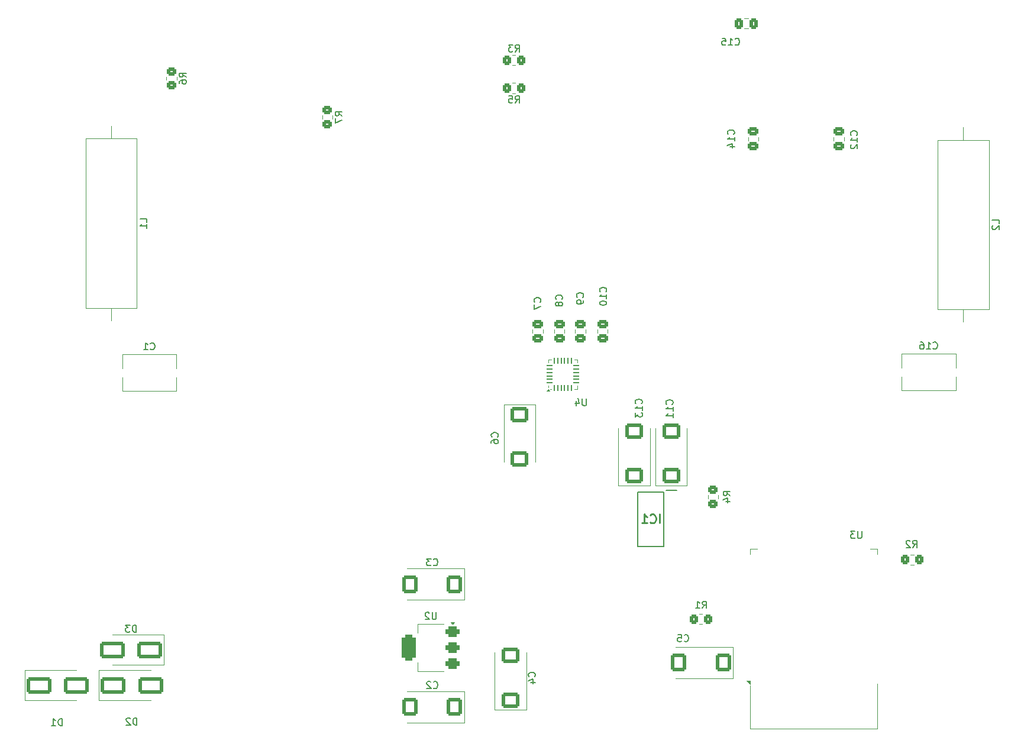
<source format=gbr>
G04 #@! TF.GenerationSoftware,KiCad,Pcbnew,8.0.1*
G04 #@! TF.CreationDate,2024-07-09T16:40:46+03:00*
G04 #@! TF.ProjectId,UA-1_v2,55412d31-5f76-4322-9e6b-696361645f70,rev?*
G04 #@! TF.SameCoordinates,Original*
G04 #@! TF.FileFunction,Legend,Bot*
G04 #@! TF.FilePolarity,Positive*
%FSLAX46Y46*%
G04 Gerber Fmt 4.6, Leading zero omitted, Abs format (unit mm)*
G04 Created by KiCad (PCBNEW 8.0.1) date 2024-07-09 16:40:46*
%MOMM*%
%LPD*%
G01*
G04 APERTURE LIST*
G04 Aperture macros list*
%AMRoundRect*
0 Rectangle with rounded corners*
0 $1 Rounding radius*
0 $2 $3 $4 $5 $6 $7 $8 $9 X,Y pos of 4 corners*
0 Add a 4 corners polygon primitive as box body*
4,1,4,$2,$3,$4,$5,$6,$7,$8,$9,$2,$3,0*
0 Add four circle primitives for the rounded corners*
1,1,$1+$1,$2,$3*
1,1,$1+$1,$4,$5*
1,1,$1+$1,$6,$7*
1,1,$1+$1,$8,$9*
0 Add four rect primitives between the rounded corners*
20,1,$1+$1,$2,$3,$4,$5,0*
20,1,$1+$1,$4,$5,$6,$7,0*
20,1,$1+$1,$6,$7,$8,$9,0*
20,1,$1+$1,$8,$9,$2,$3,0*%
G04 Aperture macros list end*
%ADD10C,0.150000*%
%ADD11C,0.254000*%
%ADD12C,0.120000*%
%ADD13C,0.200000*%
%ADD14C,7.740254*%
%ADD15C,0.100000*%
%ADD16R,1.700000X1.700000*%
%ADD17O,1.700000X1.700000*%
%ADD18C,3.000000*%
%ADD19C,1.500000*%
%ADD20C,2.000000*%
%ADD21RoundRect,0.250000X0.350000X0.625000X-0.350000X0.625000X-0.350000X-0.625000X0.350000X-0.625000X0*%
%ADD22O,1.200000X1.750000*%
%ADD23RoundRect,0.250000X0.450000X-0.350000X0.450000X0.350000X-0.450000X0.350000X-0.450000X-0.350000X0*%
%ADD24RoundRect,0.250000X-1.500000X-0.900000X1.500000X-0.900000X1.500000X0.900000X-1.500000X0.900000X0*%
%ADD25RoundRect,0.250000X-0.475000X0.337500X-0.475000X-0.337500X0.475000X-0.337500X0.475000X0.337500X0*%
%ADD26RoundRect,0.250000X0.875000X1.025000X-0.875000X1.025000X-0.875000X-1.025000X0.875000X-1.025000X0*%
%ADD27RoundRect,0.250000X0.350000X0.450000X-0.350000X0.450000X-0.350000X-0.450000X0.350000X-0.450000X0*%
%ADD28RoundRect,0.250000X0.475000X-0.337500X0.475000X0.337500X-0.475000X0.337500X-0.475000X-0.337500X0*%
%ADD29RoundRect,0.250000X1.025000X-0.875000X1.025000X0.875000X-1.025000X0.875000X-1.025000X-0.875000X0*%
%ADD30RoundRect,0.250000X-0.350000X-0.450000X0.350000X-0.450000X0.350000X0.450000X-0.350000X0.450000X0*%
%ADD31RoundRect,0.250000X1.500000X0.900000X-1.500000X0.900000X-1.500000X-0.900000X1.500000X-0.900000X0*%
%ADD32R,1.500000X0.900000*%
%ADD33R,0.900000X1.500000*%
%ADD34C,0.600000*%
%ADD35R,3.800000X3.800000*%
%ADD36RoundRect,0.375000X0.625000X0.375000X-0.625000X0.375000X-0.625000X-0.375000X0.625000X-0.375000X0*%
%ADD37RoundRect,0.500000X0.500000X1.400000X-0.500000X1.400000X-0.500000X-1.400000X0.500000X-1.400000X0*%
%ADD38RoundRect,0.062500X-0.350000X-0.062500X0.350000X-0.062500X0.350000X0.062500X-0.350000X0.062500X0*%
%ADD39RoundRect,0.062500X-0.062500X-0.350000X0.062500X-0.350000X0.062500X0.350000X-0.062500X0.350000X0*%
%ADD40R,2.600000X2.600000*%
%ADD41C,2.500000*%
%ADD42RoundRect,0.250000X0.337500X0.475000X-0.337500X0.475000X-0.337500X-0.475000X0.337500X-0.475000X0*%
%ADD43RoundRect,0.250000X-1.025000X0.875000X-1.025000X-0.875000X1.025000X-0.875000X1.025000X0.875000X0*%
%ADD44R,1.475000X0.450000*%
G04 APERTURE END LIST*
D10*
X179454819Y-108333333D02*
X178978628Y-108000000D01*
X179454819Y-107761905D02*
X178454819Y-107761905D01*
X178454819Y-107761905D02*
X178454819Y-108142857D01*
X178454819Y-108142857D02*
X178502438Y-108238095D01*
X178502438Y-108238095D02*
X178550057Y-108285714D01*
X178550057Y-108285714D02*
X178645295Y-108333333D01*
X178645295Y-108333333D02*
X178788152Y-108333333D01*
X178788152Y-108333333D02*
X178883390Y-108285714D01*
X178883390Y-108285714D02*
X178931009Y-108238095D01*
X178931009Y-108238095D02*
X178978628Y-108142857D01*
X178978628Y-108142857D02*
X178978628Y-107761905D01*
X178788152Y-109190476D02*
X179454819Y-109190476D01*
X178407200Y-108952381D02*
X179121485Y-108714286D01*
X179121485Y-108714286D02*
X179121485Y-109333333D01*
X83838094Y-141254819D02*
X83838094Y-140254819D01*
X83838094Y-140254819D02*
X83599999Y-140254819D01*
X83599999Y-140254819D02*
X83457142Y-140302438D01*
X83457142Y-140302438D02*
X83361904Y-140397676D01*
X83361904Y-140397676D02*
X83314285Y-140492914D01*
X83314285Y-140492914D02*
X83266666Y-140683390D01*
X83266666Y-140683390D02*
X83266666Y-140826247D01*
X83266666Y-140826247D02*
X83314285Y-141016723D01*
X83314285Y-141016723D02*
X83361904Y-141111961D01*
X83361904Y-141111961D02*
X83457142Y-141207200D01*
X83457142Y-141207200D02*
X83599999Y-141254819D01*
X83599999Y-141254819D02*
X83838094Y-141254819D01*
X82314285Y-141254819D02*
X82885713Y-141254819D01*
X82599999Y-141254819D02*
X82599999Y-140254819D01*
X82599999Y-140254819D02*
X82695237Y-140397676D01*
X82695237Y-140397676D02*
X82790475Y-140492914D01*
X82790475Y-140492914D02*
X82885713Y-140540533D01*
X179959580Y-56607142D02*
X180007200Y-56559523D01*
X180007200Y-56559523D02*
X180054819Y-56416666D01*
X180054819Y-56416666D02*
X180054819Y-56321428D01*
X180054819Y-56321428D02*
X180007200Y-56178571D01*
X180007200Y-56178571D02*
X179911961Y-56083333D01*
X179911961Y-56083333D02*
X179816723Y-56035714D01*
X179816723Y-56035714D02*
X179626247Y-55988095D01*
X179626247Y-55988095D02*
X179483390Y-55988095D01*
X179483390Y-55988095D02*
X179292914Y-56035714D01*
X179292914Y-56035714D02*
X179197676Y-56083333D01*
X179197676Y-56083333D02*
X179102438Y-56178571D01*
X179102438Y-56178571D02*
X179054819Y-56321428D01*
X179054819Y-56321428D02*
X179054819Y-56416666D01*
X179054819Y-56416666D02*
X179102438Y-56559523D01*
X179102438Y-56559523D02*
X179150057Y-56607142D01*
X180054819Y-57559523D02*
X180054819Y-56988095D01*
X180054819Y-57273809D02*
X179054819Y-57273809D01*
X179054819Y-57273809D02*
X179197676Y-57178571D01*
X179197676Y-57178571D02*
X179292914Y-57083333D01*
X179292914Y-57083333D02*
X179340533Y-56988095D01*
X179388152Y-58416666D02*
X180054819Y-58416666D01*
X179007200Y-58178571D02*
X179721485Y-57940476D01*
X179721485Y-57940476D02*
X179721485Y-58559523D01*
X208492857Y-87259580D02*
X208540476Y-87307200D01*
X208540476Y-87307200D02*
X208683333Y-87354819D01*
X208683333Y-87354819D02*
X208778571Y-87354819D01*
X208778571Y-87354819D02*
X208921428Y-87307200D01*
X208921428Y-87307200D02*
X209016666Y-87211961D01*
X209016666Y-87211961D02*
X209064285Y-87116723D01*
X209064285Y-87116723D02*
X209111904Y-86926247D01*
X209111904Y-86926247D02*
X209111904Y-86783390D01*
X209111904Y-86783390D02*
X209064285Y-86592914D01*
X209064285Y-86592914D02*
X209016666Y-86497676D01*
X209016666Y-86497676D02*
X208921428Y-86402438D01*
X208921428Y-86402438D02*
X208778571Y-86354819D01*
X208778571Y-86354819D02*
X208683333Y-86354819D01*
X208683333Y-86354819D02*
X208540476Y-86402438D01*
X208540476Y-86402438D02*
X208492857Y-86450057D01*
X207540476Y-87354819D02*
X208111904Y-87354819D01*
X207826190Y-87354819D02*
X207826190Y-86354819D01*
X207826190Y-86354819D02*
X207921428Y-86497676D01*
X207921428Y-86497676D02*
X208016666Y-86592914D01*
X208016666Y-86592914D02*
X208111904Y-86640533D01*
X206683333Y-86354819D02*
X206873809Y-86354819D01*
X206873809Y-86354819D02*
X206969047Y-86402438D01*
X206969047Y-86402438D02*
X207016666Y-86450057D01*
X207016666Y-86450057D02*
X207111904Y-86592914D01*
X207111904Y-86592914D02*
X207159523Y-86783390D01*
X207159523Y-86783390D02*
X207159523Y-87164342D01*
X207159523Y-87164342D02*
X207111904Y-87259580D01*
X207111904Y-87259580D02*
X207064285Y-87307200D01*
X207064285Y-87307200D02*
X206969047Y-87354819D01*
X206969047Y-87354819D02*
X206778571Y-87354819D01*
X206778571Y-87354819D02*
X206683333Y-87307200D01*
X206683333Y-87307200D02*
X206635714Y-87259580D01*
X206635714Y-87259580D02*
X206588095Y-87164342D01*
X206588095Y-87164342D02*
X206588095Y-86926247D01*
X206588095Y-86926247D02*
X206635714Y-86831009D01*
X206635714Y-86831009D02*
X206683333Y-86783390D01*
X206683333Y-86783390D02*
X206778571Y-86735771D01*
X206778571Y-86735771D02*
X206969047Y-86735771D01*
X206969047Y-86735771D02*
X207064285Y-86783390D01*
X207064285Y-86783390D02*
X207111904Y-86831009D01*
X207111904Y-86831009D02*
X207159523Y-86926247D01*
X172866666Y-129159580D02*
X172914285Y-129207200D01*
X172914285Y-129207200D02*
X173057142Y-129254819D01*
X173057142Y-129254819D02*
X173152380Y-129254819D01*
X173152380Y-129254819D02*
X173295237Y-129207200D01*
X173295237Y-129207200D02*
X173390475Y-129111961D01*
X173390475Y-129111961D02*
X173438094Y-129016723D01*
X173438094Y-129016723D02*
X173485713Y-128826247D01*
X173485713Y-128826247D02*
X173485713Y-128683390D01*
X173485713Y-128683390D02*
X173438094Y-128492914D01*
X173438094Y-128492914D02*
X173390475Y-128397676D01*
X173390475Y-128397676D02*
X173295237Y-128302438D01*
X173295237Y-128302438D02*
X173152380Y-128254819D01*
X173152380Y-128254819D02*
X173057142Y-128254819D01*
X173057142Y-128254819D02*
X172914285Y-128302438D01*
X172914285Y-128302438D02*
X172866666Y-128350057D01*
X171961904Y-128254819D02*
X172438094Y-128254819D01*
X172438094Y-128254819D02*
X172485713Y-128731009D01*
X172485713Y-128731009D02*
X172438094Y-128683390D01*
X172438094Y-128683390D02*
X172342856Y-128635771D01*
X172342856Y-128635771D02*
X172104761Y-128635771D01*
X172104761Y-128635771D02*
X172009523Y-128683390D01*
X172009523Y-128683390D02*
X171961904Y-128731009D01*
X171961904Y-128731009D02*
X171914285Y-128826247D01*
X171914285Y-128826247D02*
X171914285Y-129064342D01*
X171914285Y-129064342D02*
X171961904Y-129159580D01*
X171961904Y-129159580D02*
X172009523Y-129207200D01*
X172009523Y-129207200D02*
X172104761Y-129254819D01*
X172104761Y-129254819D02*
X172342856Y-129254819D01*
X172342856Y-129254819D02*
X172438094Y-129207200D01*
X172438094Y-129207200D02*
X172485713Y-129159580D01*
X148666666Y-44804819D02*
X148999999Y-44328628D01*
X149238094Y-44804819D02*
X149238094Y-43804819D01*
X149238094Y-43804819D02*
X148857142Y-43804819D01*
X148857142Y-43804819D02*
X148761904Y-43852438D01*
X148761904Y-43852438D02*
X148714285Y-43900057D01*
X148714285Y-43900057D02*
X148666666Y-43995295D01*
X148666666Y-43995295D02*
X148666666Y-44138152D01*
X148666666Y-44138152D02*
X148714285Y-44233390D01*
X148714285Y-44233390D02*
X148761904Y-44281009D01*
X148761904Y-44281009D02*
X148857142Y-44328628D01*
X148857142Y-44328628D02*
X149238094Y-44328628D01*
X148333332Y-43804819D02*
X147714285Y-43804819D01*
X147714285Y-43804819D02*
X148047618Y-44185771D01*
X148047618Y-44185771D02*
X147904761Y-44185771D01*
X147904761Y-44185771D02*
X147809523Y-44233390D01*
X147809523Y-44233390D02*
X147761904Y-44281009D01*
X147761904Y-44281009D02*
X147714285Y-44376247D01*
X147714285Y-44376247D02*
X147714285Y-44614342D01*
X147714285Y-44614342D02*
X147761904Y-44709580D01*
X147761904Y-44709580D02*
X147809523Y-44757200D01*
X147809523Y-44757200D02*
X147904761Y-44804819D01*
X147904761Y-44804819D02*
X148190475Y-44804819D01*
X148190475Y-44804819D02*
X148285713Y-44757200D01*
X148285713Y-44757200D02*
X148333332Y-44709580D01*
X158359580Y-79933333D02*
X158407200Y-79885714D01*
X158407200Y-79885714D02*
X158454819Y-79742857D01*
X158454819Y-79742857D02*
X158454819Y-79647619D01*
X158454819Y-79647619D02*
X158407200Y-79504762D01*
X158407200Y-79504762D02*
X158311961Y-79409524D01*
X158311961Y-79409524D02*
X158216723Y-79361905D01*
X158216723Y-79361905D02*
X158026247Y-79314286D01*
X158026247Y-79314286D02*
X157883390Y-79314286D01*
X157883390Y-79314286D02*
X157692914Y-79361905D01*
X157692914Y-79361905D02*
X157597676Y-79409524D01*
X157597676Y-79409524D02*
X157502438Y-79504762D01*
X157502438Y-79504762D02*
X157454819Y-79647619D01*
X157454819Y-79647619D02*
X157454819Y-79742857D01*
X157454819Y-79742857D02*
X157502438Y-79885714D01*
X157502438Y-79885714D02*
X157550057Y-79933333D01*
X158454819Y-80409524D02*
X158454819Y-80600000D01*
X158454819Y-80600000D02*
X158407200Y-80695238D01*
X158407200Y-80695238D02*
X158359580Y-80742857D01*
X158359580Y-80742857D02*
X158216723Y-80838095D01*
X158216723Y-80838095D02*
X158026247Y-80885714D01*
X158026247Y-80885714D02*
X157645295Y-80885714D01*
X157645295Y-80885714D02*
X157550057Y-80838095D01*
X157550057Y-80838095D02*
X157502438Y-80790476D01*
X157502438Y-80790476D02*
X157454819Y-80695238D01*
X157454819Y-80695238D02*
X157454819Y-80504762D01*
X157454819Y-80504762D02*
X157502438Y-80409524D01*
X157502438Y-80409524D02*
X157550057Y-80361905D01*
X157550057Y-80361905D02*
X157645295Y-80314286D01*
X157645295Y-80314286D02*
X157883390Y-80314286D01*
X157883390Y-80314286D02*
X157978628Y-80361905D01*
X157978628Y-80361905D02*
X158026247Y-80409524D01*
X158026247Y-80409524D02*
X158073866Y-80504762D01*
X158073866Y-80504762D02*
X158073866Y-80695238D01*
X158073866Y-80695238D02*
X158026247Y-80790476D01*
X158026247Y-80790476D02*
X157978628Y-80838095D01*
X157978628Y-80838095D02*
X157883390Y-80885714D01*
X171159580Y-95257142D02*
X171207200Y-95209523D01*
X171207200Y-95209523D02*
X171254819Y-95066666D01*
X171254819Y-95066666D02*
X171254819Y-94971428D01*
X171254819Y-94971428D02*
X171207200Y-94828571D01*
X171207200Y-94828571D02*
X171111961Y-94733333D01*
X171111961Y-94733333D02*
X171016723Y-94685714D01*
X171016723Y-94685714D02*
X170826247Y-94638095D01*
X170826247Y-94638095D02*
X170683390Y-94638095D01*
X170683390Y-94638095D02*
X170492914Y-94685714D01*
X170492914Y-94685714D02*
X170397676Y-94733333D01*
X170397676Y-94733333D02*
X170302438Y-94828571D01*
X170302438Y-94828571D02*
X170254819Y-94971428D01*
X170254819Y-94971428D02*
X170254819Y-95066666D01*
X170254819Y-95066666D02*
X170302438Y-95209523D01*
X170302438Y-95209523D02*
X170350057Y-95257142D01*
X171254819Y-96209523D02*
X171254819Y-95638095D01*
X171254819Y-95923809D02*
X170254819Y-95923809D01*
X170254819Y-95923809D02*
X170397676Y-95828571D01*
X170397676Y-95828571D02*
X170492914Y-95733333D01*
X170492914Y-95733333D02*
X170540533Y-95638095D01*
X171254819Y-97161904D02*
X171254819Y-96590476D01*
X171254819Y-96876190D02*
X170254819Y-96876190D01*
X170254819Y-96876190D02*
X170397676Y-96780952D01*
X170397676Y-96780952D02*
X170492914Y-96685714D01*
X170492914Y-96685714D02*
X170540533Y-96590476D01*
X175466666Y-124454819D02*
X175799999Y-123978628D01*
X176038094Y-124454819D02*
X176038094Y-123454819D01*
X176038094Y-123454819D02*
X175657142Y-123454819D01*
X175657142Y-123454819D02*
X175561904Y-123502438D01*
X175561904Y-123502438D02*
X175514285Y-123550057D01*
X175514285Y-123550057D02*
X175466666Y-123645295D01*
X175466666Y-123645295D02*
X175466666Y-123788152D01*
X175466666Y-123788152D02*
X175514285Y-123883390D01*
X175514285Y-123883390D02*
X175561904Y-123931009D01*
X175561904Y-123931009D02*
X175657142Y-123978628D01*
X175657142Y-123978628D02*
X176038094Y-123978628D01*
X174514285Y-124454819D02*
X175085713Y-124454819D01*
X174799999Y-124454819D02*
X174799999Y-123454819D01*
X174799999Y-123454819D02*
X174895237Y-123597676D01*
X174895237Y-123597676D02*
X174990475Y-123692914D01*
X174990475Y-123692914D02*
X175085713Y-123740533D01*
X155359580Y-80233333D02*
X155407200Y-80185714D01*
X155407200Y-80185714D02*
X155454819Y-80042857D01*
X155454819Y-80042857D02*
X155454819Y-79947619D01*
X155454819Y-79947619D02*
X155407200Y-79804762D01*
X155407200Y-79804762D02*
X155311961Y-79709524D01*
X155311961Y-79709524D02*
X155216723Y-79661905D01*
X155216723Y-79661905D02*
X155026247Y-79614286D01*
X155026247Y-79614286D02*
X154883390Y-79614286D01*
X154883390Y-79614286D02*
X154692914Y-79661905D01*
X154692914Y-79661905D02*
X154597676Y-79709524D01*
X154597676Y-79709524D02*
X154502438Y-79804762D01*
X154502438Y-79804762D02*
X154454819Y-79947619D01*
X154454819Y-79947619D02*
X154454819Y-80042857D01*
X154454819Y-80042857D02*
X154502438Y-80185714D01*
X154502438Y-80185714D02*
X154550057Y-80233333D01*
X154883390Y-80804762D02*
X154835771Y-80709524D01*
X154835771Y-80709524D02*
X154788152Y-80661905D01*
X154788152Y-80661905D02*
X154692914Y-80614286D01*
X154692914Y-80614286D02*
X154645295Y-80614286D01*
X154645295Y-80614286D02*
X154550057Y-80661905D01*
X154550057Y-80661905D02*
X154502438Y-80709524D01*
X154502438Y-80709524D02*
X154454819Y-80804762D01*
X154454819Y-80804762D02*
X154454819Y-80995238D01*
X154454819Y-80995238D02*
X154502438Y-81090476D01*
X154502438Y-81090476D02*
X154550057Y-81138095D01*
X154550057Y-81138095D02*
X154645295Y-81185714D01*
X154645295Y-81185714D02*
X154692914Y-81185714D01*
X154692914Y-81185714D02*
X154788152Y-81138095D01*
X154788152Y-81138095D02*
X154835771Y-81090476D01*
X154835771Y-81090476D02*
X154883390Y-80995238D01*
X154883390Y-80995238D02*
X154883390Y-80804762D01*
X154883390Y-80804762D02*
X154931009Y-80709524D01*
X154931009Y-80709524D02*
X154978628Y-80661905D01*
X154978628Y-80661905D02*
X155073866Y-80614286D01*
X155073866Y-80614286D02*
X155264342Y-80614286D01*
X155264342Y-80614286D02*
X155359580Y-80661905D01*
X155359580Y-80661905D02*
X155407200Y-80709524D01*
X155407200Y-80709524D02*
X155454819Y-80804762D01*
X155454819Y-80804762D02*
X155454819Y-80995238D01*
X155454819Y-80995238D02*
X155407200Y-81090476D01*
X155407200Y-81090476D02*
X155359580Y-81138095D01*
X155359580Y-81138095D02*
X155264342Y-81185714D01*
X155264342Y-81185714D02*
X155073866Y-81185714D01*
X155073866Y-81185714D02*
X154978628Y-81138095D01*
X154978628Y-81138095D02*
X154931009Y-81090476D01*
X154931009Y-81090476D02*
X154883390Y-80995238D01*
X94438094Y-127854819D02*
X94438094Y-126854819D01*
X94438094Y-126854819D02*
X94199999Y-126854819D01*
X94199999Y-126854819D02*
X94057142Y-126902438D01*
X94057142Y-126902438D02*
X93961904Y-126997676D01*
X93961904Y-126997676D02*
X93914285Y-127092914D01*
X93914285Y-127092914D02*
X93866666Y-127283390D01*
X93866666Y-127283390D02*
X93866666Y-127426247D01*
X93866666Y-127426247D02*
X93914285Y-127616723D01*
X93914285Y-127616723D02*
X93961904Y-127711961D01*
X93961904Y-127711961D02*
X94057142Y-127807200D01*
X94057142Y-127807200D02*
X94199999Y-127854819D01*
X94199999Y-127854819D02*
X94438094Y-127854819D01*
X93533332Y-126854819D02*
X92914285Y-126854819D01*
X92914285Y-126854819D02*
X93247618Y-127235771D01*
X93247618Y-127235771D02*
X93104761Y-127235771D01*
X93104761Y-127235771D02*
X93009523Y-127283390D01*
X93009523Y-127283390D02*
X92961904Y-127331009D01*
X92961904Y-127331009D02*
X92914285Y-127426247D01*
X92914285Y-127426247D02*
X92914285Y-127664342D01*
X92914285Y-127664342D02*
X92961904Y-127759580D01*
X92961904Y-127759580D02*
X93009523Y-127807200D01*
X93009523Y-127807200D02*
X93104761Y-127854819D01*
X93104761Y-127854819D02*
X93390475Y-127854819D01*
X93390475Y-127854819D02*
X93485713Y-127807200D01*
X93485713Y-127807200D02*
X93533332Y-127759580D01*
X151459580Y-134233333D02*
X151507200Y-134185714D01*
X151507200Y-134185714D02*
X151554819Y-134042857D01*
X151554819Y-134042857D02*
X151554819Y-133947619D01*
X151554819Y-133947619D02*
X151507200Y-133804762D01*
X151507200Y-133804762D02*
X151411961Y-133709524D01*
X151411961Y-133709524D02*
X151316723Y-133661905D01*
X151316723Y-133661905D02*
X151126247Y-133614286D01*
X151126247Y-133614286D02*
X150983390Y-133614286D01*
X150983390Y-133614286D02*
X150792914Y-133661905D01*
X150792914Y-133661905D02*
X150697676Y-133709524D01*
X150697676Y-133709524D02*
X150602438Y-133804762D01*
X150602438Y-133804762D02*
X150554819Y-133947619D01*
X150554819Y-133947619D02*
X150554819Y-134042857D01*
X150554819Y-134042857D02*
X150602438Y-134185714D01*
X150602438Y-134185714D02*
X150650057Y-134233333D01*
X150888152Y-135090476D02*
X151554819Y-135090476D01*
X150507200Y-134852381D02*
X151221485Y-134614286D01*
X151221485Y-134614286D02*
X151221485Y-135233333D01*
X198261904Y-113454819D02*
X198261904Y-114264342D01*
X198261904Y-114264342D02*
X198214285Y-114359580D01*
X198214285Y-114359580D02*
X198166666Y-114407200D01*
X198166666Y-114407200D02*
X198071428Y-114454819D01*
X198071428Y-114454819D02*
X197880952Y-114454819D01*
X197880952Y-114454819D02*
X197785714Y-114407200D01*
X197785714Y-114407200D02*
X197738095Y-114359580D01*
X197738095Y-114359580D02*
X197690476Y-114264342D01*
X197690476Y-114264342D02*
X197690476Y-113454819D01*
X197309523Y-113454819D02*
X196690476Y-113454819D01*
X196690476Y-113454819D02*
X197023809Y-113835771D01*
X197023809Y-113835771D02*
X196880952Y-113835771D01*
X196880952Y-113835771D02*
X196785714Y-113883390D01*
X196785714Y-113883390D02*
X196738095Y-113931009D01*
X196738095Y-113931009D02*
X196690476Y-114026247D01*
X196690476Y-114026247D02*
X196690476Y-114264342D01*
X196690476Y-114264342D02*
X196738095Y-114359580D01*
X196738095Y-114359580D02*
X196785714Y-114407200D01*
X196785714Y-114407200D02*
X196880952Y-114454819D01*
X196880952Y-114454819D02*
X197166666Y-114454819D01*
X197166666Y-114454819D02*
X197261904Y-114407200D01*
X197261904Y-114407200D02*
X197309523Y-114359580D01*
X94538094Y-141154819D02*
X94538094Y-140154819D01*
X94538094Y-140154819D02*
X94299999Y-140154819D01*
X94299999Y-140154819D02*
X94157142Y-140202438D01*
X94157142Y-140202438D02*
X94061904Y-140297676D01*
X94061904Y-140297676D02*
X94014285Y-140392914D01*
X94014285Y-140392914D02*
X93966666Y-140583390D01*
X93966666Y-140583390D02*
X93966666Y-140726247D01*
X93966666Y-140726247D02*
X94014285Y-140916723D01*
X94014285Y-140916723D02*
X94061904Y-141011961D01*
X94061904Y-141011961D02*
X94157142Y-141107200D01*
X94157142Y-141107200D02*
X94299999Y-141154819D01*
X94299999Y-141154819D02*
X94538094Y-141154819D01*
X93585713Y-140250057D02*
X93538094Y-140202438D01*
X93538094Y-140202438D02*
X93442856Y-140154819D01*
X93442856Y-140154819D02*
X93204761Y-140154819D01*
X93204761Y-140154819D02*
X93109523Y-140202438D01*
X93109523Y-140202438D02*
X93061904Y-140250057D01*
X93061904Y-140250057D02*
X93014285Y-140345295D01*
X93014285Y-140345295D02*
X93014285Y-140440533D01*
X93014285Y-140440533D02*
X93061904Y-140583390D01*
X93061904Y-140583390D02*
X93633332Y-141154819D01*
X93633332Y-141154819D02*
X93014285Y-141154819D01*
X137361904Y-125054819D02*
X137361904Y-125864342D01*
X137361904Y-125864342D02*
X137314285Y-125959580D01*
X137314285Y-125959580D02*
X137266666Y-126007200D01*
X137266666Y-126007200D02*
X137171428Y-126054819D01*
X137171428Y-126054819D02*
X136980952Y-126054819D01*
X136980952Y-126054819D02*
X136885714Y-126007200D01*
X136885714Y-126007200D02*
X136838095Y-125959580D01*
X136838095Y-125959580D02*
X136790476Y-125864342D01*
X136790476Y-125864342D02*
X136790476Y-125054819D01*
X136361904Y-125150057D02*
X136314285Y-125102438D01*
X136314285Y-125102438D02*
X136219047Y-125054819D01*
X136219047Y-125054819D02*
X135980952Y-125054819D01*
X135980952Y-125054819D02*
X135885714Y-125102438D01*
X135885714Y-125102438D02*
X135838095Y-125150057D01*
X135838095Y-125150057D02*
X135790476Y-125245295D01*
X135790476Y-125245295D02*
X135790476Y-125340533D01*
X135790476Y-125340533D02*
X135838095Y-125483390D01*
X135838095Y-125483390D02*
X136409523Y-126054819D01*
X136409523Y-126054819D02*
X135790476Y-126054819D01*
X158861904Y-94454819D02*
X158861904Y-95264342D01*
X158861904Y-95264342D02*
X158814285Y-95359580D01*
X158814285Y-95359580D02*
X158766666Y-95407200D01*
X158766666Y-95407200D02*
X158671428Y-95454819D01*
X158671428Y-95454819D02*
X158480952Y-95454819D01*
X158480952Y-95454819D02*
X158385714Y-95407200D01*
X158385714Y-95407200D02*
X158338095Y-95359580D01*
X158338095Y-95359580D02*
X158290476Y-95264342D01*
X158290476Y-95264342D02*
X158290476Y-94454819D01*
X157385714Y-94788152D02*
X157385714Y-95454819D01*
X157623809Y-94407200D02*
X157861904Y-95121485D01*
X157861904Y-95121485D02*
X157242857Y-95121485D01*
X123904819Y-53983333D02*
X123428628Y-53650000D01*
X123904819Y-53411905D02*
X122904819Y-53411905D01*
X122904819Y-53411905D02*
X122904819Y-53792857D01*
X122904819Y-53792857D02*
X122952438Y-53888095D01*
X122952438Y-53888095D02*
X123000057Y-53935714D01*
X123000057Y-53935714D02*
X123095295Y-53983333D01*
X123095295Y-53983333D02*
X123238152Y-53983333D01*
X123238152Y-53983333D02*
X123333390Y-53935714D01*
X123333390Y-53935714D02*
X123381009Y-53888095D01*
X123381009Y-53888095D02*
X123428628Y-53792857D01*
X123428628Y-53792857D02*
X123428628Y-53411905D01*
X122904819Y-54316667D02*
X122904819Y-54983333D01*
X122904819Y-54983333D02*
X123904819Y-54554762D01*
X95974819Y-69188333D02*
X95974819Y-68712143D01*
X95974819Y-68712143D02*
X94974819Y-68712143D01*
X95974819Y-70045476D02*
X95974819Y-69474048D01*
X95974819Y-69759762D02*
X94974819Y-69759762D01*
X94974819Y-69759762D02*
X95117676Y-69664524D01*
X95117676Y-69664524D02*
X95212914Y-69569286D01*
X95212914Y-69569286D02*
X95260533Y-69474048D01*
X136966666Y-135859580D02*
X137014285Y-135907200D01*
X137014285Y-135907200D02*
X137157142Y-135954819D01*
X137157142Y-135954819D02*
X137252380Y-135954819D01*
X137252380Y-135954819D02*
X137395237Y-135907200D01*
X137395237Y-135907200D02*
X137490475Y-135811961D01*
X137490475Y-135811961D02*
X137538094Y-135716723D01*
X137538094Y-135716723D02*
X137585713Y-135526247D01*
X137585713Y-135526247D02*
X137585713Y-135383390D01*
X137585713Y-135383390D02*
X137538094Y-135192914D01*
X137538094Y-135192914D02*
X137490475Y-135097676D01*
X137490475Y-135097676D02*
X137395237Y-135002438D01*
X137395237Y-135002438D02*
X137252380Y-134954819D01*
X137252380Y-134954819D02*
X137157142Y-134954819D01*
X137157142Y-134954819D02*
X137014285Y-135002438D01*
X137014285Y-135002438D02*
X136966666Y-135050057D01*
X136585713Y-135050057D02*
X136538094Y-135002438D01*
X136538094Y-135002438D02*
X136442856Y-134954819D01*
X136442856Y-134954819D02*
X136204761Y-134954819D01*
X136204761Y-134954819D02*
X136109523Y-135002438D01*
X136109523Y-135002438D02*
X136061904Y-135050057D01*
X136061904Y-135050057D02*
X136014285Y-135145295D01*
X136014285Y-135145295D02*
X136014285Y-135240533D01*
X136014285Y-135240533D02*
X136061904Y-135383390D01*
X136061904Y-135383390D02*
X136633332Y-135954819D01*
X136633332Y-135954819D02*
X136014285Y-135954819D01*
X101604819Y-48433333D02*
X101128628Y-48100000D01*
X101604819Y-47861905D02*
X100604819Y-47861905D01*
X100604819Y-47861905D02*
X100604819Y-48242857D01*
X100604819Y-48242857D02*
X100652438Y-48338095D01*
X100652438Y-48338095D02*
X100700057Y-48385714D01*
X100700057Y-48385714D02*
X100795295Y-48433333D01*
X100795295Y-48433333D02*
X100938152Y-48433333D01*
X100938152Y-48433333D02*
X101033390Y-48385714D01*
X101033390Y-48385714D02*
X101081009Y-48338095D01*
X101081009Y-48338095D02*
X101128628Y-48242857D01*
X101128628Y-48242857D02*
X101128628Y-47861905D01*
X100604819Y-49290476D02*
X100604819Y-49100000D01*
X100604819Y-49100000D02*
X100652438Y-49004762D01*
X100652438Y-49004762D02*
X100700057Y-48957143D01*
X100700057Y-48957143D02*
X100842914Y-48861905D01*
X100842914Y-48861905D02*
X101033390Y-48814286D01*
X101033390Y-48814286D02*
X101414342Y-48814286D01*
X101414342Y-48814286D02*
X101509580Y-48861905D01*
X101509580Y-48861905D02*
X101557200Y-48909524D01*
X101557200Y-48909524D02*
X101604819Y-49004762D01*
X101604819Y-49004762D02*
X101604819Y-49195238D01*
X101604819Y-49195238D02*
X101557200Y-49290476D01*
X101557200Y-49290476D02*
X101509580Y-49338095D01*
X101509580Y-49338095D02*
X101414342Y-49385714D01*
X101414342Y-49385714D02*
X101176247Y-49385714D01*
X101176247Y-49385714D02*
X101081009Y-49338095D01*
X101081009Y-49338095D02*
X101033390Y-49290476D01*
X101033390Y-49290476D02*
X100985771Y-49195238D01*
X100985771Y-49195238D02*
X100985771Y-49004762D01*
X100985771Y-49004762D02*
X101033390Y-48909524D01*
X101033390Y-48909524D02*
X101081009Y-48861905D01*
X101081009Y-48861905D02*
X101176247Y-48814286D01*
X180142857Y-43759580D02*
X180190476Y-43807200D01*
X180190476Y-43807200D02*
X180333333Y-43854819D01*
X180333333Y-43854819D02*
X180428571Y-43854819D01*
X180428571Y-43854819D02*
X180571428Y-43807200D01*
X180571428Y-43807200D02*
X180666666Y-43711961D01*
X180666666Y-43711961D02*
X180714285Y-43616723D01*
X180714285Y-43616723D02*
X180761904Y-43426247D01*
X180761904Y-43426247D02*
X180761904Y-43283390D01*
X180761904Y-43283390D02*
X180714285Y-43092914D01*
X180714285Y-43092914D02*
X180666666Y-42997676D01*
X180666666Y-42997676D02*
X180571428Y-42902438D01*
X180571428Y-42902438D02*
X180428571Y-42854819D01*
X180428571Y-42854819D02*
X180333333Y-42854819D01*
X180333333Y-42854819D02*
X180190476Y-42902438D01*
X180190476Y-42902438D02*
X180142857Y-42950057D01*
X179190476Y-43854819D02*
X179761904Y-43854819D01*
X179476190Y-43854819D02*
X179476190Y-42854819D01*
X179476190Y-42854819D02*
X179571428Y-42997676D01*
X179571428Y-42997676D02*
X179666666Y-43092914D01*
X179666666Y-43092914D02*
X179761904Y-43140533D01*
X178285714Y-42854819D02*
X178761904Y-42854819D01*
X178761904Y-42854819D02*
X178809523Y-43331009D01*
X178809523Y-43331009D02*
X178761904Y-43283390D01*
X178761904Y-43283390D02*
X178666666Y-43235771D01*
X178666666Y-43235771D02*
X178428571Y-43235771D01*
X178428571Y-43235771D02*
X178333333Y-43283390D01*
X178333333Y-43283390D02*
X178285714Y-43331009D01*
X178285714Y-43331009D02*
X178238095Y-43426247D01*
X178238095Y-43426247D02*
X178238095Y-43664342D01*
X178238095Y-43664342D02*
X178285714Y-43759580D01*
X178285714Y-43759580D02*
X178333333Y-43807200D01*
X178333333Y-43807200D02*
X178428571Y-43854819D01*
X178428571Y-43854819D02*
X178666666Y-43854819D01*
X178666666Y-43854819D02*
X178761904Y-43807200D01*
X178761904Y-43807200D02*
X178809523Y-43759580D01*
X166759580Y-95157142D02*
X166807200Y-95109523D01*
X166807200Y-95109523D02*
X166854819Y-94966666D01*
X166854819Y-94966666D02*
X166854819Y-94871428D01*
X166854819Y-94871428D02*
X166807200Y-94728571D01*
X166807200Y-94728571D02*
X166711961Y-94633333D01*
X166711961Y-94633333D02*
X166616723Y-94585714D01*
X166616723Y-94585714D02*
X166426247Y-94538095D01*
X166426247Y-94538095D02*
X166283390Y-94538095D01*
X166283390Y-94538095D02*
X166092914Y-94585714D01*
X166092914Y-94585714D02*
X165997676Y-94633333D01*
X165997676Y-94633333D02*
X165902438Y-94728571D01*
X165902438Y-94728571D02*
X165854819Y-94871428D01*
X165854819Y-94871428D02*
X165854819Y-94966666D01*
X165854819Y-94966666D02*
X165902438Y-95109523D01*
X165902438Y-95109523D02*
X165950057Y-95157142D01*
X166854819Y-96109523D02*
X166854819Y-95538095D01*
X166854819Y-95823809D02*
X165854819Y-95823809D01*
X165854819Y-95823809D02*
X165997676Y-95728571D01*
X165997676Y-95728571D02*
X166092914Y-95633333D01*
X166092914Y-95633333D02*
X166140533Y-95538095D01*
X165854819Y-96442857D02*
X165854819Y-97061904D01*
X165854819Y-97061904D02*
X166235771Y-96728571D01*
X166235771Y-96728571D02*
X166235771Y-96871428D01*
X166235771Y-96871428D02*
X166283390Y-96966666D01*
X166283390Y-96966666D02*
X166331009Y-97014285D01*
X166331009Y-97014285D02*
X166426247Y-97061904D01*
X166426247Y-97061904D02*
X166664342Y-97061904D01*
X166664342Y-97061904D02*
X166759580Y-97014285D01*
X166759580Y-97014285D02*
X166807200Y-96966666D01*
X166807200Y-96966666D02*
X166854819Y-96871428D01*
X166854819Y-96871428D02*
X166854819Y-96585714D01*
X166854819Y-96585714D02*
X166807200Y-96490476D01*
X166807200Y-96490476D02*
X166759580Y-96442857D01*
X217924819Y-69388333D02*
X217924819Y-68912143D01*
X217924819Y-68912143D02*
X216924819Y-68912143D01*
X217020057Y-69674048D02*
X216972438Y-69721667D01*
X216972438Y-69721667D02*
X216924819Y-69816905D01*
X216924819Y-69816905D02*
X216924819Y-70055000D01*
X216924819Y-70055000D02*
X216972438Y-70150238D01*
X216972438Y-70150238D02*
X217020057Y-70197857D01*
X217020057Y-70197857D02*
X217115295Y-70245476D01*
X217115295Y-70245476D02*
X217210533Y-70245476D01*
X217210533Y-70245476D02*
X217353390Y-70197857D01*
X217353390Y-70197857D02*
X217924819Y-69626429D01*
X217924819Y-69626429D02*
X217924819Y-70245476D01*
X146159580Y-99933333D02*
X146207200Y-99885714D01*
X146207200Y-99885714D02*
X146254819Y-99742857D01*
X146254819Y-99742857D02*
X146254819Y-99647619D01*
X146254819Y-99647619D02*
X146207200Y-99504762D01*
X146207200Y-99504762D02*
X146111961Y-99409524D01*
X146111961Y-99409524D02*
X146016723Y-99361905D01*
X146016723Y-99361905D02*
X145826247Y-99314286D01*
X145826247Y-99314286D02*
X145683390Y-99314286D01*
X145683390Y-99314286D02*
X145492914Y-99361905D01*
X145492914Y-99361905D02*
X145397676Y-99409524D01*
X145397676Y-99409524D02*
X145302438Y-99504762D01*
X145302438Y-99504762D02*
X145254819Y-99647619D01*
X145254819Y-99647619D02*
X145254819Y-99742857D01*
X145254819Y-99742857D02*
X145302438Y-99885714D01*
X145302438Y-99885714D02*
X145350057Y-99933333D01*
X145254819Y-100790476D02*
X145254819Y-100600000D01*
X145254819Y-100600000D02*
X145302438Y-100504762D01*
X145302438Y-100504762D02*
X145350057Y-100457143D01*
X145350057Y-100457143D02*
X145492914Y-100361905D01*
X145492914Y-100361905D02*
X145683390Y-100314286D01*
X145683390Y-100314286D02*
X146064342Y-100314286D01*
X146064342Y-100314286D02*
X146159580Y-100361905D01*
X146159580Y-100361905D02*
X146207200Y-100409524D01*
X146207200Y-100409524D02*
X146254819Y-100504762D01*
X146254819Y-100504762D02*
X146254819Y-100695238D01*
X146254819Y-100695238D02*
X146207200Y-100790476D01*
X146207200Y-100790476D02*
X146159580Y-100838095D01*
X146159580Y-100838095D02*
X146064342Y-100885714D01*
X146064342Y-100885714D02*
X145826247Y-100885714D01*
X145826247Y-100885714D02*
X145731009Y-100838095D01*
X145731009Y-100838095D02*
X145683390Y-100790476D01*
X145683390Y-100790476D02*
X145635771Y-100695238D01*
X145635771Y-100695238D02*
X145635771Y-100504762D01*
X145635771Y-100504762D02*
X145683390Y-100409524D01*
X145683390Y-100409524D02*
X145731009Y-100361905D01*
X145731009Y-100361905D02*
X145826247Y-100314286D01*
X161659580Y-79157142D02*
X161707200Y-79109523D01*
X161707200Y-79109523D02*
X161754819Y-78966666D01*
X161754819Y-78966666D02*
X161754819Y-78871428D01*
X161754819Y-78871428D02*
X161707200Y-78728571D01*
X161707200Y-78728571D02*
X161611961Y-78633333D01*
X161611961Y-78633333D02*
X161516723Y-78585714D01*
X161516723Y-78585714D02*
X161326247Y-78538095D01*
X161326247Y-78538095D02*
X161183390Y-78538095D01*
X161183390Y-78538095D02*
X160992914Y-78585714D01*
X160992914Y-78585714D02*
X160897676Y-78633333D01*
X160897676Y-78633333D02*
X160802438Y-78728571D01*
X160802438Y-78728571D02*
X160754819Y-78871428D01*
X160754819Y-78871428D02*
X160754819Y-78966666D01*
X160754819Y-78966666D02*
X160802438Y-79109523D01*
X160802438Y-79109523D02*
X160850057Y-79157142D01*
X161754819Y-80109523D02*
X161754819Y-79538095D01*
X161754819Y-79823809D02*
X160754819Y-79823809D01*
X160754819Y-79823809D02*
X160897676Y-79728571D01*
X160897676Y-79728571D02*
X160992914Y-79633333D01*
X160992914Y-79633333D02*
X161040533Y-79538095D01*
X160754819Y-80728571D02*
X160754819Y-80823809D01*
X160754819Y-80823809D02*
X160802438Y-80919047D01*
X160802438Y-80919047D02*
X160850057Y-80966666D01*
X160850057Y-80966666D02*
X160945295Y-81014285D01*
X160945295Y-81014285D02*
X161135771Y-81061904D01*
X161135771Y-81061904D02*
X161373866Y-81061904D01*
X161373866Y-81061904D02*
X161564342Y-81014285D01*
X161564342Y-81014285D02*
X161659580Y-80966666D01*
X161659580Y-80966666D02*
X161707200Y-80919047D01*
X161707200Y-80919047D02*
X161754819Y-80823809D01*
X161754819Y-80823809D02*
X161754819Y-80728571D01*
X161754819Y-80728571D02*
X161707200Y-80633333D01*
X161707200Y-80633333D02*
X161659580Y-80585714D01*
X161659580Y-80585714D02*
X161564342Y-80538095D01*
X161564342Y-80538095D02*
X161373866Y-80490476D01*
X161373866Y-80490476D02*
X161135771Y-80490476D01*
X161135771Y-80490476D02*
X160945295Y-80538095D01*
X160945295Y-80538095D02*
X160850057Y-80585714D01*
X160850057Y-80585714D02*
X160802438Y-80633333D01*
X160802438Y-80633333D02*
X160754819Y-80728571D01*
X205566666Y-115754819D02*
X205899999Y-115278628D01*
X206138094Y-115754819D02*
X206138094Y-114754819D01*
X206138094Y-114754819D02*
X205757142Y-114754819D01*
X205757142Y-114754819D02*
X205661904Y-114802438D01*
X205661904Y-114802438D02*
X205614285Y-114850057D01*
X205614285Y-114850057D02*
X205566666Y-114945295D01*
X205566666Y-114945295D02*
X205566666Y-115088152D01*
X205566666Y-115088152D02*
X205614285Y-115183390D01*
X205614285Y-115183390D02*
X205661904Y-115231009D01*
X205661904Y-115231009D02*
X205757142Y-115278628D01*
X205757142Y-115278628D02*
X206138094Y-115278628D01*
X205185713Y-114850057D02*
X205138094Y-114802438D01*
X205138094Y-114802438D02*
X205042856Y-114754819D01*
X205042856Y-114754819D02*
X204804761Y-114754819D01*
X204804761Y-114754819D02*
X204709523Y-114802438D01*
X204709523Y-114802438D02*
X204661904Y-114850057D01*
X204661904Y-114850057D02*
X204614285Y-114945295D01*
X204614285Y-114945295D02*
X204614285Y-115040533D01*
X204614285Y-115040533D02*
X204661904Y-115183390D01*
X204661904Y-115183390D02*
X205233332Y-115754819D01*
X205233332Y-115754819D02*
X204614285Y-115754819D01*
D11*
X169339762Y-112274318D02*
X169339762Y-111004318D01*
X168009285Y-112153365D02*
X168069761Y-112213842D01*
X168069761Y-112213842D02*
X168251190Y-112274318D01*
X168251190Y-112274318D02*
X168372142Y-112274318D01*
X168372142Y-112274318D02*
X168553571Y-112213842D01*
X168553571Y-112213842D02*
X168674523Y-112092889D01*
X168674523Y-112092889D02*
X168735000Y-111971937D01*
X168735000Y-111971937D02*
X168795476Y-111730032D01*
X168795476Y-111730032D02*
X168795476Y-111548603D01*
X168795476Y-111548603D02*
X168735000Y-111306699D01*
X168735000Y-111306699D02*
X168674523Y-111185746D01*
X168674523Y-111185746D02*
X168553571Y-111064794D01*
X168553571Y-111064794D02*
X168372142Y-111004318D01*
X168372142Y-111004318D02*
X168251190Y-111004318D01*
X168251190Y-111004318D02*
X168069761Y-111064794D01*
X168069761Y-111064794D02*
X168009285Y-111125270D01*
X166799761Y-112274318D02*
X167525476Y-112274318D01*
X167162619Y-112274318D02*
X167162619Y-111004318D01*
X167162619Y-111004318D02*
X167283571Y-111185746D01*
X167283571Y-111185746D02*
X167404523Y-111306699D01*
X167404523Y-111306699D02*
X167525476Y-111367175D01*
D10*
X197559580Y-56757142D02*
X197607200Y-56709523D01*
X197607200Y-56709523D02*
X197654819Y-56566666D01*
X197654819Y-56566666D02*
X197654819Y-56471428D01*
X197654819Y-56471428D02*
X197607200Y-56328571D01*
X197607200Y-56328571D02*
X197511961Y-56233333D01*
X197511961Y-56233333D02*
X197416723Y-56185714D01*
X197416723Y-56185714D02*
X197226247Y-56138095D01*
X197226247Y-56138095D02*
X197083390Y-56138095D01*
X197083390Y-56138095D02*
X196892914Y-56185714D01*
X196892914Y-56185714D02*
X196797676Y-56233333D01*
X196797676Y-56233333D02*
X196702438Y-56328571D01*
X196702438Y-56328571D02*
X196654819Y-56471428D01*
X196654819Y-56471428D02*
X196654819Y-56566666D01*
X196654819Y-56566666D02*
X196702438Y-56709523D01*
X196702438Y-56709523D02*
X196750057Y-56757142D01*
X197654819Y-57709523D02*
X197654819Y-57138095D01*
X197654819Y-57423809D02*
X196654819Y-57423809D01*
X196654819Y-57423809D02*
X196797676Y-57328571D01*
X196797676Y-57328571D02*
X196892914Y-57233333D01*
X196892914Y-57233333D02*
X196940533Y-57138095D01*
X196750057Y-58090476D02*
X196702438Y-58138095D01*
X196702438Y-58138095D02*
X196654819Y-58233333D01*
X196654819Y-58233333D02*
X196654819Y-58471428D01*
X196654819Y-58471428D02*
X196702438Y-58566666D01*
X196702438Y-58566666D02*
X196750057Y-58614285D01*
X196750057Y-58614285D02*
X196845295Y-58661904D01*
X196845295Y-58661904D02*
X196940533Y-58661904D01*
X196940533Y-58661904D02*
X197083390Y-58614285D01*
X197083390Y-58614285D02*
X197654819Y-58042857D01*
X197654819Y-58042857D02*
X197654819Y-58661904D01*
X152259580Y-80633333D02*
X152307200Y-80585714D01*
X152307200Y-80585714D02*
X152354819Y-80442857D01*
X152354819Y-80442857D02*
X152354819Y-80347619D01*
X152354819Y-80347619D02*
X152307200Y-80204762D01*
X152307200Y-80204762D02*
X152211961Y-80109524D01*
X152211961Y-80109524D02*
X152116723Y-80061905D01*
X152116723Y-80061905D02*
X151926247Y-80014286D01*
X151926247Y-80014286D02*
X151783390Y-80014286D01*
X151783390Y-80014286D02*
X151592914Y-80061905D01*
X151592914Y-80061905D02*
X151497676Y-80109524D01*
X151497676Y-80109524D02*
X151402438Y-80204762D01*
X151402438Y-80204762D02*
X151354819Y-80347619D01*
X151354819Y-80347619D02*
X151354819Y-80442857D01*
X151354819Y-80442857D02*
X151402438Y-80585714D01*
X151402438Y-80585714D02*
X151450057Y-80633333D01*
X151354819Y-80966667D02*
X151354819Y-81633333D01*
X151354819Y-81633333D02*
X152354819Y-81204762D01*
X96466666Y-87359580D02*
X96514285Y-87407200D01*
X96514285Y-87407200D02*
X96657142Y-87454819D01*
X96657142Y-87454819D02*
X96752380Y-87454819D01*
X96752380Y-87454819D02*
X96895237Y-87407200D01*
X96895237Y-87407200D02*
X96990475Y-87311961D01*
X96990475Y-87311961D02*
X97038094Y-87216723D01*
X97038094Y-87216723D02*
X97085713Y-87026247D01*
X97085713Y-87026247D02*
X97085713Y-86883390D01*
X97085713Y-86883390D02*
X97038094Y-86692914D01*
X97038094Y-86692914D02*
X96990475Y-86597676D01*
X96990475Y-86597676D02*
X96895237Y-86502438D01*
X96895237Y-86502438D02*
X96752380Y-86454819D01*
X96752380Y-86454819D02*
X96657142Y-86454819D01*
X96657142Y-86454819D02*
X96514285Y-86502438D01*
X96514285Y-86502438D02*
X96466666Y-86550057D01*
X95514285Y-87454819D02*
X96085713Y-87454819D01*
X95799999Y-87454819D02*
X95799999Y-86454819D01*
X95799999Y-86454819D02*
X95895237Y-86597676D01*
X95895237Y-86597676D02*
X95990475Y-86692914D01*
X95990475Y-86692914D02*
X96085713Y-86740533D01*
X148666666Y-52104819D02*
X148999999Y-51628628D01*
X149238094Y-52104819D02*
X149238094Y-51104819D01*
X149238094Y-51104819D02*
X148857142Y-51104819D01*
X148857142Y-51104819D02*
X148761904Y-51152438D01*
X148761904Y-51152438D02*
X148714285Y-51200057D01*
X148714285Y-51200057D02*
X148666666Y-51295295D01*
X148666666Y-51295295D02*
X148666666Y-51438152D01*
X148666666Y-51438152D02*
X148714285Y-51533390D01*
X148714285Y-51533390D02*
X148761904Y-51581009D01*
X148761904Y-51581009D02*
X148857142Y-51628628D01*
X148857142Y-51628628D02*
X149238094Y-51628628D01*
X147761904Y-51104819D02*
X148238094Y-51104819D01*
X148238094Y-51104819D02*
X148285713Y-51581009D01*
X148285713Y-51581009D02*
X148238094Y-51533390D01*
X148238094Y-51533390D02*
X148142856Y-51485771D01*
X148142856Y-51485771D02*
X147904761Y-51485771D01*
X147904761Y-51485771D02*
X147809523Y-51533390D01*
X147809523Y-51533390D02*
X147761904Y-51581009D01*
X147761904Y-51581009D02*
X147714285Y-51676247D01*
X147714285Y-51676247D02*
X147714285Y-51914342D01*
X147714285Y-51914342D02*
X147761904Y-52009580D01*
X147761904Y-52009580D02*
X147809523Y-52057200D01*
X147809523Y-52057200D02*
X147904761Y-52104819D01*
X147904761Y-52104819D02*
X148142856Y-52104819D01*
X148142856Y-52104819D02*
X148238094Y-52057200D01*
X148238094Y-52057200D02*
X148285713Y-52009580D01*
X136966666Y-118259580D02*
X137014285Y-118307200D01*
X137014285Y-118307200D02*
X137157142Y-118354819D01*
X137157142Y-118354819D02*
X137252380Y-118354819D01*
X137252380Y-118354819D02*
X137395237Y-118307200D01*
X137395237Y-118307200D02*
X137490475Y-118211961D01*
X137490475Y-118211961D02*
X137538094Y-118116723D01*
X137538094Y-118116723D02*
X137585713Y-117926247D01*
X137585713Y-117926247D02*
X137585713Y-117783390D01*
X137585713Y-117783390D02*
X137538094Y-117592914D01*
X137538094Y-117592914D02*
X137490475Y-117497676D01*
X137490475Y-117497676D02*
X137395237Y-117402438D01*
X137395237Y-117402438D02*
X137252380Y-117354819D01*
X137252380Y-117354819D02*
X137157142Y-117354819D01*
X137157142Y-117354819D02*
X137014285Y-117402438D01*
X137014285Y-117402438D02*
X136966666Y-117450057D01*
X136633332Y-117354819D02*
X136014285Y-117354819D01*
X136014285Y-117354819D02*
X136347618Y-117735771D01*
X136347618Y-117735771D02*
X136204761Y-117735771D01*
X136204761Y-117735771D02*
X136109523Y-117783390D01*
X136109523Y-117783390D02*
X136061904Y-117831009D01*
X136061904Y-117831009D02*
X136014285Y-117926247D01*
X136014285Y-117926247D02*
X136014285Y-118164342D01*
X136014285Y-118164342D02*
X136061904Y-118259580D01*
X136061904Y-118259580D02*
X136109523Y-118307200D01*
X136109523Y-118307200D02*
X136204761Y-118354819D01*
X136204761Y-118354819D02*
X136490475Y-118354819D01*
X136490475Y-118354819D02*
X136585713Y-118307200D01*
X136585713Y-118307200D02*
X136633332Y-118259580D01*
D12*
X176265000Y-108272936D02*
X176265000Y-108727064D01*
X177735000Y-108272936D02*
X177735000Y-108727064D01*
X78490000Y-133350000D02*
X78490000Y-137650000D01*
X85900000Y-133350000D02*
X78490000Y-133350000D01*
X85900000Y-137650000D02*
X78490000Y-137650000D01*
X182015000Y-57511252D02*
X182015000Y-56988748D01*
X183485000Y-57511252D02*
X183485000Y-56988748D01*
X203980000Y-88030000D02*
X211720000Y-88030000D01*
X203980000Y-90014000D02*
X203980000Y-88030000D01*
X203980000Y-93270000D02*
X203980000Y-91286000D01*
X203980000Y-93270000D02*
X211720000Y-93270000D01*
X211720000Y-90014000D02*
X211720000Y-88030000D01*
X211720000Y-93270000D02*
X211720000Y-91286000D01*
X171600000Y-134510000D02*
X179835000Y-134510000D01*
X179835000Y-129990000D02*
X171600000Y-129990000D01*
X179835000Y-134510000D02*
X179835000Y-129990000D01*
X148272936Y-45265000D02*
X148727064Y-45265000D01*
X148272936Y-46735000D02*
X148727064Y-46735000D01*
X157265000Y-84538748D02*
X157265000Y-85061252D01*
X158735000Y-84538748D02*
X158735000Y-85061252D01*
X168740000Y-98650000D02*
X168740000Y-106885000D01*
X168740000Y-106885000D02*
X173260000Y-106885000D01*
X173260000Y-106885000D02*
X173260000Y-98650000D01*
X175477064Y-125265000D02*
X175022936Y-125265000D01*
X175477064Y-126735000D02*
X175022936Y-126735000D01*
X154265000Y-84538748D02*
X154265000Y-85061252D01*
X155735000Y-84538748D02*
X155735000Y-85061252D01*
X91000000Y-128250000D02*
X98410000Y-128250000D01*
X91000000Y-132550000D02*
X98410000Y-132550000D01*
X98410000Y-132550000D02*
X98410000Y-128250000D01*
X145740000Y-130750000D02*
X145740000Y-138985000D01*
X145740000Y-138985000D02*
X150260000Y-138985000D01*
X150260000Y-138985000D02*
X150260000Y-130750000D01*
X182280000Y-115975000D02*
X182280000Y-116755000D01*
X182280000Y-135555000D02*
X182280000Y-141715000D01*
X183280000Y-115975000D02*
X182280000Y-115975000D01*
X199520000Y-115975000D02*
X200520000Y-115975000D01*
X200520000Y-115975000D02*
X200520000Y-116755000D01*
X200520000Y-135300000D02*
X200520000Y-141715000D01*
X200520000Y-141715000D02*
X182280000Y-141715000D01*
X182275000Y-135330000D02*
X181775000Y-134830000D01*
X182275000Y-134830000D01*
X182275000Y-135330000D01*
G36*
X182275000Y-135330000D02*
G01*
X181775000Y-134830000D01*
X182275000Y-134830000D01*
X182275000Y-135330000D01*
G37*
X89090000Y-133350000D02*
X89090000Y-137650000D01*
X96500000Y-133350000D02*
X89090000Y-133350000D01*
X96500000Y-137650000D02*
X89090000Y-137650000D01*
X134690000Y-126690000D02*
X138450000Y-126690000D01*
X134690000Y-127950000D02*
X134690000Y-126690000D01*
X134690000Y-132250000D02*
X134690000Y-133510000D01*
X134690000Y-133510000D02*
X138450000Y-133510000D01*
X139730000Y-126790000D02*
X139490000Y-126460000D01*
X139970000Y-126460000D01*
X139730000Y-126790000D01*
G36*
X139730000Y-126790000D02*
G01*
X139490000Y-126460000D01*
X139970000Y-126460000D01*
X139730000Y-126790000D01*
G37*
X153390000Y-88840000D02*
X153865000Y-88840000D01*
X153390000Y-89315000D02*
X153390000Y-88840000D01*
X153390000Y-92820000D02*
X153390000Y-92585000D01*
X153690000Y-93060000D02*
X153865000Y-93060000D01*
X157610000Y-88840000D02*
X157135000Y-88840000D01*
X157610000Y-89315000D02*
X157610000Y-88840000D01*
X157610000Y-92585000D02*
X157610000Y-93060000D01*
X157610000Y-93060000D02*
X157135000Y-93060000D01*
X153630000Y-93390000D02*
X153150000Y-93390000D01*
X153390000Y-93060000D01*
X153630000Y-93390000D01*
G36*
X153630000Y-93390000D02*
G01*
X153150000Y-93390000D01*
X153390000Y-93060000D01*
X153630000Y-93390000D01*
G37*
X121065000Y-53922936D02*
X121065000Y-54377064D01*
X122535000Y-53922936D02*
X122535000Y-54377064D01*
X87180000Y-57235000D02*
X87180000Y-81475000D01*
X87180000Y-81475000D02*
X94520000Y-81475000D01*
X90850000Y-57235000D02*
X90850000Y-55355000D01*
X90850000Y-81475000D02*
X90850000Y-83355000D01*
X94520000Y-57235000D02*
X87180000Y-57235000D01*
X94520000Y-81475000D02*
X94520000Y-57235000D01*
X133150000Y-140860000D02*
X141385000Y-140860000D01*
X141385000Y-136340000D02*
X133150000Y-136340000D01*
X141385000Y-140860000D02*
X141385000Y-136340000D01*
X98765000Y-48372936D02*
X98765000Y-48827064D01*
X100235000Y-48372936D02*
X100235000Y-48827064D01*
X181488748Y-40015000D02*
X182011252Y-40015000D01*
X181488748Y-41485000D02*
X182011252Y-41485000D01*
X163440000Y-98650000D02*
X163440000Y-106885000D01*
X163440000Y-106885000D02*
X167960000Y-106885000D01*
X167960000Y-106885000D02*
X167960000Y-98650000D01*
X209130000Y-57435000D02*
X209130000Y-81675000D01*
X209130000Y-81675000D02*
X216470000Y-81675000D01*
X212800000Y-57435000D02*
X212800000Y-55555000D01*
X212800000Y-81675000D02*
X212800000Y-83555000D01*
X216470000Y-57435000D02*
X209130000Y-57435000D01*
X216470000Y-81675000D02*
X216470000Y-57435000D01*
X147040000Y-95315000D02*
X147040000Y-103550000D01*
X151560000Y-95315000D02*
X147040000Y-95315000D01*
X151560000Y-103550000D02*
X151560000Y-95315000D01*
X160465000Y-84538748D02*
X160465000Y-85061252D01*
X161935000Y-84538748D02*
X161935000Y-85061252D01*
X205727064Y-116765000D02*
X205272936Y-116765000D01*
X205727064Y-118235000D02*
X205272936Y-118235000D01*
D13*
X166250000Y-107800000D02*
X169950000Y-107800000D01*
X166250000Y-115600000D02*
X166250000Y-107800000D01*
X169950000Y-107800000D02*
X169950000Y-115600000D01*
X169950000Y-115600000D02*
X166250000Y-115600000D01*
X170300000Y-107550000D02*
X171775000Y-107550000D01*
D12*
X194265000Y-57511252D02*
X194265000Y-56988748D01*
X195735000Y-57511252D02*
X195735000Y-56988748D01*
X151165000Y-84538748D02*
X151165000Y-85061252D01*
X152635000Y-84538748D02*
X152635000Y-85061252D01*
X92430000Y-88130000D02*
X100170000Y-88130000D01*
X92430000Y-90114000D02*
X92430000Y-88130000D01*
X92430000Y-93370000D02*
X92430000Y-91386000D01*
X92430000Y-93370000D02*
X100170000Y-93370000D01*
X100170000Y-90114000D02*
X100170000Y-88130000D01*
X100170000Y-93370000D02*
X100170000Y-91386000D01*
X148727064Y-49265000D02*
X148272936Y-49265000D01*
X148727064Y-50735000D02*
X148272936Y-50735000D01*
X133150000Y-123260000D02*
X141385000Y-123260000D01*
X141385000Y-118740000D02*
X133150000Y-118740000D01*
X141385000Y-123260000D02*
X141385000Y-118740000D01*
%LPC*%
D14*
X235670127Y-77100000D02*
G75*
G02*
X227929873Y-77100000I-3870127J0D01*
G01*
X227929873Y-77100000D02*
G75*
G02*
X235670127Y-77100000I3870127J0D01*
G01*
D15*
X164350000Y-107800000D02*
X165950000Y-107800000D01*
X165950000Y-115600000D01*
X164350000Y-115600000D01*
X164350000Y-107800000D01*
G36*
X164350000Y-107800000D02*
G01*
X165950000Y-107800000D01*
X165950000Y-115600000D01*
X164350000Y-115600000D01*
X164350000Y-107800000D01*
G37*
D14*
X74860381Y-77200000D02*
G75*
G02*
X67120127Y-77200000I-3870127J0D01*
G01*
X67120127Y-77200000D02*
G75*
G02*
X74860381Y-77200000I3870127J0D01*
G01*
D15*
X74750000Y-87000000D02*
X85750000Y-87000000D01*
X85750000Y-94250000D01*
X74750000Y-94250000D01*
X74750000Y-87000000D01*
G36*
X74750000Y-87000000D02*
G01*
X85750000Y-87000000D01*
X85750000Y-94250000D01*
X74750000Y-94250000D01*
X74750000Y-87000000D01*
G37*
X170200000Y-107900000D02*
X171850000Y-107900000D01*
X171850000Y-115550000D01*
X170200000Y-115550000D01*
X170200000Y-107900000D01*
G36*
X170200000Y-107900000D02*
G01*
X171850000Y-107900000D01*
X171850000Y-115550000D01*
X170200000Y-115550000D01*
X170200000Y-107900000D01*
G37*
D14*
X74560381Y-104100000D02*
G75*
G02*
X66820127Y-104100000I-3870127J0D01*
G01*
X66820127Y-104100000D02*
G75*
G02*
X74560381Y-104100000I3870127J0D01*
G01*
D15*
X217250000Y-87000000D02*
X228500000Y-87000000D01*
X228500000Y-94250000D01*
X217250000Y-94250000D01*
X217250000Y-87000000D01*
G36*
X217250000Y-87000000D02*
G01*
X228500000Y-87000000D01*
X228500000Y-94250000D01*
X217250000Y-94250000D01*
X217250000Y-87000000D01*
G37*
D14*
X235660381Y-104000000D02*
G75*
G02*
X227920127Y-104000000I-3870127J0D01*
G01*
X227920127Y-104000000D02*
G75*
G02*
X235660381Y-104000000I3870127J0D01*
G01*
D16*
X237800000Y-134575000D03*
D17*
X237800000Y-137115000D03*
X237800000Y-139655000D03*
D18*
X107000000Y-139000000D03*
X107000000Y-124000000D03*
X155000000Y-130000000D03*
X155000000Y-140000000D03*
D19*
X147450000Y-39750000D03*
X149950000Y-39750000D03*
X152450000Y-39750000D03*
X154950000Y-39750000D03*
D20*
X121800000Y-42950000D03*
X121800000Y-46900000D03*
D21*
X71100000Y-138250000D03*
D22*
X69100000Y-138250000D03*
D16*
X221980000Y-139400000D03*
D17*
X224520000Y-139400000D03*
X227060000Y-139400000D03*
X229600000Y-139400000D03*
D23*
X177000000Y-109500000D03*
X177000000Y-107500000D03*
D24*
X80500000Y-135500000D03*
X85900000Y-135500000D03*
D25*
X182750000Y-56212500D03*
X182750000Y-58287500D03*
D20*
X212850000Y-90650000D03*
X202850000Y-90650000D03*
D26*
X178450000Y-132250000D03*
X172050000Y-132250000D03*
D27*
X149500000Y-46000000D03*
X147500000Y-46000000D03*
D28*
X158000000Y-85837500D03*
X158000000Y-83762500D03*
D29*
X171000000Y-105500000D03*
X171000000Y-99100000D03*
D30*
X174250000Y-126000000D03*
X176250000Y-126000000D03*
D28*
X155000000Y-85837500D03*
X155000000Y-83762500D03*
D31*
X96400000Y-130400000D03*
X91000000Y-130400000D03*
D29*
X148000000Y-137600000D03*
X148000000Y-131200000D03*
D32*
X182650000Y-134105000D03*
X182650000Y-132835000D03*
X182650000Y-131565000D03*
X182650000Y-130295000D03*
X182650000Y-129025000D03*
X182650000Y-127755000D03*
X182650000Y-126485000D03*
X182650000Y-125215000D03*
X182650000Y-123945000D03*
X182650000Y-122675000D03*
X182650000Y-121405000D03*
X182650000Y-120135000D03*
X182650000Y-118865000D03*
X182650000Y-117595000D03*
D33*
X185690000Y-116345000D03*
X186960000Y-116345000D03*
X188230000Y-116345000D03*
X189500000Y-116345000D03*
X190770000Y-116345000D03*
X192040000Y-116345000D03*
X193310000Y-116345000D03*
X194580000Y-116345000D03*
X195850000Y-116345000D03*
X197120000Y-116345000D03*
D32*
X200150000Y-117595000D03*
X200150000Y-118865000D03*
X200150000Y-120135000D03*
X200150000Y-121405000D03*
X200150000Y-122675000D03*
X200150000Y-123945000D03*
X200150000Y-125215000D03*
X200150000Y-126485000D03*
X200150000Y-127755000D03*
X200150000Y-129025000D03*
X200150000Y-130295000D03*
X200150000Y-131565000D03*
X200150000Y-132835000D03*
X200150000Y-134105000D03*
D34*
X188500000Y-125685000D03*
X188500000Y-127085000D03*
X189200000Y-124985000D03*
X189200000Y-126385000D03*
X189200000Y-127785000D03*
X189875000Y-125685000D03*
X189875000Y-127085000D03*
D35*
X189900000Y-126385000D03*
D34*
X190600000Y-124985000D03*
X190600000Y-126385000D03*
X190600000Y-127785000D03*
X191300000Y-125685000D03*
X191300000Y-127085000D03*
D24*
X91100000Y-135500000D03*
X96500000Y-135500000D03*
D36*
X139750000Y-127800000D03*
X139750000Y-130100000D03*
D37*
X133450000Y-130100000D03*
D36*
X139750000Y-132400000D03*
D38*
X153562500Y-92200000D03*
X153562500Y-91700000D03*
X153562500Y-91200000D03*
X153562500Y-90700000D03*
X153562500Y-90200000D03*
X153562500Y-89700000D03*
D39*
X154250000Y-89012500D03*
X154750000Y-89012500D03*
X155250000Y-89012500D03*
X155750000Y-89012500D03*
X156250000Y-89012500D03*
X156750000Y-89012500D03*
D38*
X157437500Y-89700000D03*
X157437500Y-90200000D03*
X157437500Y-90700000D03*
X157437500Y-91200000D03*
X157437500Y-91700000D03*
X157437500Y-92200000D03*
D39*
X156750000Y-92887500D03*
X156250000Y-92887500D03*
X155750000Y-92887500D03*
X155250000Y-92887500D03*
X154750000Y-92887500D03*
X154250000Y-92887500D03*
D40*
X155500000Y-90950000D03*
D23*
X121800000Y-55150000D03*
X121800000Y-53150000D03*
D41*
X90850000Y-84595000D03*
X90850000Y-54115000D03*
D26*
X140000000Y-138600000D03*
X133600000Y-138600000D03*
D23*
X99500000Y-49600000D03*
X99500000Y-47600000D03*
D42*
X182787500Y-40750000D03*
X180712500Y-40750000D03*
D29*
X165700000Y-105500000D03*
X165700000Y-99100000D03*
D41*
X212800000Y-84795000D03*
X212800000Y-54315000D03*
D43*
X149300000Y-96700000D03*
X149300000Y-103100000D03*
D28*
X161200000Y-85837500D03*
X161200000Y-83762500D03*
D30*
X204500000Y-117500000D03*
X206500000Y-117500000D03*
D44*
X171038000Y-108125000D03*
X171038000Y-108775000D03*
X171038000Y-109425000D03*
X171038000Y-110075000D03*
X171038000Y-110725000D03*
X171038000Y-111375000D03*
X171038000Y-112025000D03*
X171038000Y-112675000D03*
X171038000Y-113325000D03*
X171038000Y-113975000D03*
X171038000Y-114625000D03*
X171038000Y-115275000D03*
X165162000Y-115275000D03*
X165162000Y-114625000D03*
X165162000Y-113975000D03*
X165162000Y-113325000D03*
X165162000Y-112675000D03*
X165162000Y-112025000D03*
X165162000Y-111375000D03*
X165162000Y-110725000D03*
X165162000Y-110075000D03*
X165162000Y-109425000D03*
X165162000Y-108775000D03*
X165162000Y-108125000D03*
D25*
X195000000Y-56212500D03*
X195000000Y-58287500D03*
D28*
X151900000Y-85837500D03*
X151900000Y-83762500D03*
D20*
X101300000Y-90750000D03*
X91300000Y-90750000D03*
D30*
X147500000Y-50000000D03*
X149500000Y-50000000D03*
D26*
X140000000Y-121000000D03*
X133600000Y-121000000D03*
%LPD*%
M02*

</source>
